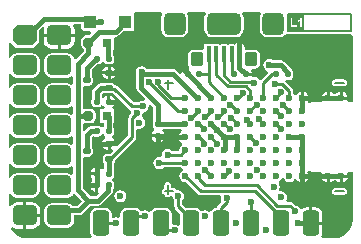
<source format=gbr>
%TF.GenerationSoftware,Altium Limited,Altium Designer,20.2.6 (244)*%
G04 Layer_Physical_Order=1*
G04 Layer_Color=255*
%FSLAX45Y45*%
%MOMM*%
%TF.SameCoordinates,9E4D4D7D-1FFC-428C-BB03-7E89B6F1CBBC*%
%TF.FilePolarity,Positive*%
%TF.FileFunction,Copper,L1,Top,Signal*%
%TF.Part,Single*%
G01*
G75*
%TA.AperFunction,BGAPad,CuDef*%
%ADD10C,0.60000*%
%TA.AperFunction,SMDPad,CuDef*%
G04:AMPARAMS|DCode=11|XSize=0.5mm|YSize=0.6mm|CornerRadius=0.125mm|HoleSize=0mm|Usage=FLASHONLY|Rotation=270.000|XOffset=0mm|YOffset=0mm|HoleType=Round|Shape=RoundedRectangle|*
%AMROUNDEDRECTD11*
21,1,0.50000,0.35000,0,0,270.0*
21,1,0.25000,0.60000,0,0,270.0*
1,1,0.25000,-0.17500,-0.12500*
1,1,0.25000,-0.17500,0.12500*
1,1,0.25000,0.17500,0.12500*
1,1,0.25000,0.17500,-0.12500*
%
%ADD11ROUNDEDRECTD11*%
G04:AMPARAMS|DCode=12|XSize=0.5mm|YSize=0.5mm|CornerRadius=0.125mm|HoleSize=0mm|Usage=FLASHONLY|Rotation=270.000|XOffset=0mm|YOffset=0mm|HoleType=Round|Shape=RoundedRectangle|*
%AMROUNDEDRECTD12*
21,1,0.50000,0.25000,0,0,270.0*
21,1,0.25000,0.50000,0,0,270.0*
1,1,0.25000,-0.12500,-0.12500*
1,1,0.25000,-0.12500,0.12500*
1,1,0.25000,0.12500,0.12500*
1,1,0.25000,0.12500,-0.12500*
%
%ADD12ROUNDEDRECTD12*%
G04:AMPARAMS|DCode=13|XSize=1.4mm|YSize=2.2mm|CornerRadius=0.35mm|HoleSize=0mm|Usage=FLASHONLY|Rotation=0.000|XOffset=0mm|YOffset=0mm|HoleType=Round|Shape=RoundedRectangle|*
%AMROUNDEDRECTD13*
21,1,1.40000,1.50000,0,0,0.0*
21,1,0.70000,2.20000,0,0,0.0*
1,1,0.70000,0.35000,-0.75000*
1,1,0.70000,-0.35000,-0.75000*
1,1,0.70000,-0.35000,0.75000*
1,1,0.70000,0.35000,0.75000*
%
%ADD13ROUNDEDRECTD13*%
%ADD14R,0.38000X1.40000*%
G04:AMPARAMS|DCode=15|XSize=0.38mm|YSize=1.4mm|CornerRadius=0.095mm|HoleSize=0mm|Usage=FLASHONLY|Rotation=180.000|XOffset=0mm|YOffset=0mm|HoleType=Round|Shape=RoundedRectangle|*
%AMROUNDEDRECTD15*
21,1,0.38000,1.21000,0,0,180.0*
21,1,0.19000,1.40000,0,0,180.0*
1,1,0.19000,-0.09500,0.60500*
1,1,0.19000,0.09500,0.60500*
1,1,0.19000,0.09500,-0.60500*
1,1,0.19000,-0.09500,-0.60500*
%
%ADD15ROUNDEDRECTD15*%
G04:AMPARAMS|DCode=16|XSize=2.9mm|YSize=1.9mm|CornerRadius=0.475mm|HoleSize=0mm|Usage=FLASHONLY|Rotation=180.000|XOffset=0mm|YOffset=0mm|HoleType=Round|Shape=RoundedRectangle|*
%AMROUNDEDRECTD16*
21,1,2.90000,0.95000,0,0,180.0*
21,1,1.95000,1.90000,0,0,180.0*
1,1,0.95000,-0.97500,0.47500*
1,1,0.95000,0.97500,0.47500*
1,1,0.95000,0.97500,-0.47500*
1,1,0.95000,-0.97500,-0.47500*
%
%ADD16ROUNDEDRECTD16*%
G04:AMPARAMS|DCode=17|XSize=1.1mm|YSize=1.1mm|CornerRadius=0.275mm|HoleSize=0mm|Usage=FLASHONLY|Rotation=270.000|XOffset=0mm|YOffset=0mm|HoleType=Round|Shape=RoundedRectangle|*
%AMROUNDEDRECTD17*
21,1,1.10000,0.55000,0,0,270.0*
21,1,0.55000,1.10000,0,0,270.0*
1,1,0.55000,-0.27500,-0.27500*
1,1,0.55000,-0.27500,0.27500*
1,1,0.55000,0.27500,0.27500*
1,1,0.55000,0.27500,-0.27500*
%
%ADD17ROUNDEDRECTD17*%
%ADD18R,1.10000X1.10000*%
G04:AMPARAMS|DCode=19|XSize=0.8mm|YSize=0.8mm|CornerRadius=0.2mm|HoleSize=0mm|Usage=FLASHONLY|Rotation=270.000|XOffset=0mm|YOffset=0mm|HoleType=Round|Shape=RoundedRectangle|*
%AMROUNDEDRECTD19*
21,1,0.80000,0.40000,0,0,270.0*
21,1,0.40000,0.80000,0,0,270.0*
1,1,0.40000,-0.20000,-0.20000*
1,1,0.40000,-0.20000,0.20000*
1,1,0.40000,0.20000,0.20000*
1,1,0.40000,0.20000,-0.20000*
%
%ADD19ROUNDEDRECTD19*%
%ADD20R,0.80000X0.80000*%
G04:AMPARAMS|DCode=21|XSize=0.5mm|YSize=0.5mm|CornerRadius=0.125mm|HoleSize=0mm|Usage=FLASHONLY|Rotation=180.000|XOffset=0mm|YOffset=0mm|HoleType=Round|Shape=RoundedRectangle|*
%AMROUNDEDRECTD21*
21,1,0.50000,0.25000,0,0,180.0*
21,1,0.25000,0.50000,0,0,180.0*
1,1,0.25000,-0.12500,0.12500*
1,1,0.25000,0.12500,0.12500*
1,1,0.25000,0.12500,-0.12500*
1,1,0.25000,-0.12500,-0.12500*
%
%ADD21ROUNDEDRECTD21*%
%TA.AperFunction,NonConductor*%
%ADD22C,0.15000*%
%TA.AperFunction,Conductor*%
%ADD23C,0.25000*%
%ADD24C,0.40000*%
%TA.AperFunction,ComponentPad*%
G04:AMPARAMS|DCode=25|XSize=1.7mm|YSize=2.1mm|CornerRadius=0.425mm|HoleSize=0mm|Usage=FLASHONLY|Rotation=270.000|XOffset=0mm|YOffset=0mm|HoleType=Round|Shape=RoundedRectangle|*
%AMROUNDEDRECTD25*
21,1,1.70000,1.25001,0,0,270.0*
21,1,0.85000,2.10000,0,0,270.0*
1,1,0.85000,-0.62500,-0.42500*
1,1,0.85000,-0.62500,0.42500*
1,1,0.85000,0.62500,0.42500*
1,1,0.85000,0.62500,-0.42500*
%
%ADD25ROUNDEDRECTD25*%
G04:AMPARAMS|DCode=26|XSize=1.7mm|YSize=2.1mm|CornerRadius=0mm|HoleSize=0mm|Usage=FLASHONLY|Rotation=270.000|XOffset=0mm|YOffset=0mm|HoleType=Round|Shape=Octagon|*
%AMOCTAGOND26*
4,1,8,1.05000,0.42500,1.05000,-0.42500,0.62500,-0.85000,-0.62500,-0.85000,-1.05000,-0.42500,-1.05000,0.42500,-0.62500,0.85000,0.62500,0.85000,1.05000,0.42500,0.0*
%
%ADD26OCTAGOND26*%

G04:AMPARAMS|DCode=27|XSize=1.1mm|YSize=1.2mm|CornerRadius=0.275mm|HoleSize=0mm|Usage=FLASHONLY|Rotation=180.000|XOffset=0mm|YOffset=0mm|HoleType=Round|Shape=RoundedRectangle|*
%AMROUNDEDRECTD27*
21,1,1.10000,0.65000,0,0,180.0*
21,1,0.55000,1.20000,0,0,180.0*
1,1,0.55000,-0.27500,0.32500*
1,1,0.55000,0.27500,0.32500*
1,1,0.55000,0.27500,-0.32500*
1,1,0.55000,-0.27500,-0.32500*
%
%ADD27ROUNDEDRECTD27*%
G04:AMPARAMS|DCode=28|XSize=1.9mm|YSize=1.9mm|CornerRadius=0.475mm|HoleSize=0mm|Usage=FLASHONLY|Rotation=180.000|XOffset=0mm|YOffset=0mm|HoleType=Round|Shape=RoundedRectangle|*
%AMROUNDEDRECTD28*
21,1,1.90000,0.95000,0,0,180.0*
21,1,0.95000,1.90000,0,0,180.0*
1,1,0.95000,-0.47500,0.47500*
1,1,0.95000,0.47500,0.47500*
1,1,0.95000,0.47500,-0.47500*
1,1,0.95000,-0.47500,-0.47500*
%
%ADD28ROUNDEDRECTD28*%
%TA.AperFunction,ViaPad*%
%ADD29C,0.60000*%
G36*
X654070Y1842500D02*
X657756Y1823967D01*
X668255Y1808255D01*
X683967Y1797756D01*
X702500Y1794070D01*
X736795D01*
X742535Y1780212D01*
X723107Y1760783D01*
X700000D01*
X684393Y1757679D01*
X671161Y1748838D01*
X662321Y1735607D01*
X659216Y1720000D01*
Y1680000D01*
X662321Y1664393D01*
X671161Y1651162D01*
X679216Y1645780D01*
Y1624674D01*
X613449Y1558907D01*
X597173Y1563844D01*
X595374Y1572886D01*
X581560Y1593560D01*
X560887Y1607374D01*
X536500Y1612224D01*
X411500D01*
X387114Y1607374D01*
X366440Y1593560D01*
X352626Y1572886D01*
X347776Y1548500D01*
Y1463500D01*
X352626Y1439114D01*
X366440Y1418440D01*
X387114Y1404626D01*
X411500Y1399776D01*
X536500D01*
X560887Y1404626D01*
X574217Y1413533D01*
X589216Y1405515D01*
Y1352485D01*
X574217Y1344467D01*
X560887Y1353374D01*
X536500Y1358224D01*
X411500D01*
X387114Y1353374D01*
X366440Y1339560D01*
X352626Y1318886D01*
X347776Y1294500D01*
Y1209500D01*
X352626Y1185114D01*
X366440Y1164440D01*
X387114Y1150626D01*
X411500Y1145776D01*
X536500D01*
X560887Y1150626D01*
X574217Y1159533D01*
X589216Y1151515D01*
Y1098485D01*
X574217Y1090467D01*
X560887Y1099374D01*
X536500Y1104224D01*
X411500D01*
X387114Y1099374D01*
X366440Y1085560D01*
X352626Y1064886D01*
X347776Y1040500D01*
Y955500D01*
X352626Y931114D01*
X366440Y910440D01*
X387114Y896626D01*
X411500Y891776D01*
X536500D01*
X560887Y896626D01*
X574217Y905533D01*
X589216Y897515D01*
Y844485D01*
X574217Y836467D01*
X560887Y845374D01*
X536500Y850224D01*
X411500D01*
X387114Y845374D01*
X366440Y831560D01*
X352626Y810886D01*
X347776Y786500D01*
Y701500D01*
X352626Y677114D01*
X366440Y656440D01*
X387114Y642626D01*
X411500Y637776D01*
X536500D01*
X560887Y642626D01*
X574217Y651533D01*
X589216Y643515D01*
Y590485D01*
X574217Y582467D01*
X560887Y591374D01*
X536500Y596224D01*
X411500D01*
X387114Y591374D01*
X366440Y577560D01*
X352626Y556886D01*
X347776Y532500D01*
Y447500D01*
X352626Y423114D01*
X366440Y402440D01*
X387114Y388626D01*
X411500Y383776D01*
X536500D01*
X560887Y388626D01*
X581560Y402440D01*
X588595Y412969D01*
X590006Y413888D01*
X607725Y414599D01*
X662323Y360000D01*
X622107Y319783D01*
X584084D01*
X581560Y323560D01*
X560887Y337374D01*
X536500Y342224D01*
X411500D01*
X387114Y337374D01*
X366440Y323560D01*
X352626Y302886D01*
X347776Y278500D01*
Y193500D01*
X352626Y169114D01*
X366440Y148440D01*
X387114Y134626D01*
X411500Y129776D01*
X536500D01*
X560887Y134626D01*
X581560Y148440D01*
X595374Y169114D01*
X600225Y193500D01*
Y238216D01*
X638999D01*
X639000Y238216D01*
X654607Y241321D01*
X667838Y250162D01*
X736893Y319217D01*
X799999D01*
X800000Y319216D01*
X815607Y322321D01*
X828839Y331162D01*
X915073Y417396D01*
X923914Y430627D01*
X927018Y446235D01*
X927018Y446236D01*
Y455696D01*
X933114Y464819D01*
X935636Y477500D01*
Y502500D01*
X933114Y515181D01*
X925931Y525931D01*
X916936Y531941D01*
X915990Y540000D01*
X916936Y548059D01*
X925931Y554069D01*
X933114Y564819D01*
X935637Y577500D01*
Y602500D01*
X933284Y614329D01*
Y677300D01*
X935931Y679069D01*
X943114Y689819D01*
X945637Y702500D01*
Y708775D01*
X1113431Y876569D01*
X1120614Y887319D01*
X1123136Y900000D01*
Y961148D01*
X1138137Y971380D01*
X1150000Y969020D01*
X1169509Y972901D01*
X1186048Y983952D01*
X1197099Y1000491D01*
X1200980Y1020000D01*
X1197099Y1039509D01*
X1186048Y1056048D01*
X1180781Y1059567D01*
X1176643Y1079810D01*
X1177097Y1080489D01*
X1180977Y1099998D01*
X1193925Y1111791D01*
X1199509Y1112901D01*
X1216048Y1123952D01*
X1227099Y1140491D01*
X1230980Y1160000D01*
X1228464Y1172646D01*
X1242288Y1180035D01*
X1269216Y1153107D01*
Y1038669D01*
X1266886Y1035181D01*
X1264363Y1022500D01*
Y997500D01*
X1266886Y984819D01*
X1274069Y974069D01*
X1277792Y971581D01*
X1278025Y970946D01*
X1276916Y954328D01*
X1270176Y949825D01*
X1261799Y937288D01*
X1258897Y922700D01*
X1310000D01*
X1361102D01*
X1358201Y937288D01*
X1349824Y949825D01*
X1343251Y954217D01*
X1347801Y969217D01*
X1503532D01*
X1509218Y962871D01*
X1507065Y944622D01*
X1500059Y939941D01*
X1487814Y921616D01*
X1486041Y912700D01*
X1540000D01*
Y887300D01*
X1486041D01*
X1487814Y878384D01*
X1500059Y860059D01*
X1514930Y850123D01*
X1515858Y837119D01*
X1514984Y833419D01*
X1503952Y826048D01*
X1492901Y809509D01*
X1489020Y790000D01*
X1475328Y783137D01*
X1427993D01*
X1426048Y786048D01*
X1409509Y797099D01*
X1390000Y800980D01*
X1370491Y797099D01*
X1353952Y786048D01*
X1342901Y769509D01*
X1339020Y750000D01*
X1340576Y742181D01*
X1327819Y729424D01*
X1320000Y730979D01*
X1300491Y727099D01*
X1283952Y716048D01*
X1272901Y699509D01*
X1269020Y680000D01*
X1272901Y660491D01*
X1283952Y643952D01*
X1300491Y632901D01*
X1320000Y629020D01*
X1339509Y632901D01*
X1356048Y643952D01*
X1357165Y645624D01*
X1502835D01*
X1503952Y643952D01*
X1520491Y632901D01*
X1521768Y632647D01*
Y617353D01*
X1520491Y617099D01*
X1503952Y606048D01*
X1492901Y589509D01*
X1489020Y570000D01*
X1492901Y550491D01*
X1503952Y533952D01*
X1520491Y522901D01*
X1540000Y519020D01*
X1543434Y519703D01*
X1646569Y416569D01*
X1657319Y409386D01*
X1670000Y406863D01*
X1831148D01*
X1841380Y391863D01*
X1839020Y380000D01*
X1842901Y360491D01*
X1847198Y354060D01*
X1816569Y323431D01*
X1809386Y312681D01*
X1807078Y301077D01*
X1807000D01*
X1785540Y296809D01*
X1767347Y284653D01*
X1759502Y272911D01*
X1756852Y271560D01*
X1742645Y269214D01*
X1740656Y269650D01*
X1729509Y277099D01*
X1710000Y280980D01*
X1690491Y277099D01*
X1683554Y272464D01*
X1668842Y275390D01*
X1662653Y284653D01*
X1644460Y296809D01*
X1623000Y301077D01*
X1553000D01*
X1545314Y299548D01*
X1513137Y331725D01*
Y362007D01*
X1516048Y363952D01*
X1527099Y380491D01*
X1530980Y400000D01*
X1527099Y419509D01*
X1516048Y436048D01*
X1499509Y447099D01*
X1480000Y450980D01*
X1466391Y448273D01*
X1465903Y450730D01*
X1459825Y459826D01*
X1450728Y465904D01*
X1439998Y468038D01*
X1418040D01*
Y490000D01*
X1415906Y500730D01*
X1409828Y509826D01*
X1400732Y515904D01*
X1390002Y518038D01*
X1379272Y515904D01*
X1370175Y509826D01*
X1364097Y500730D01*
X1361963Y490000D01*
Y466440D01*
X1359270Y465904D01*
X1350174Y459826D01*
X1344096Y450730D01*
X1341961Y440000D01*
X1344096Y429270D01*
X1350174Y420174D01*
X1359270Y414096D01*
X1363297Y413295D01*
X1364097Y409270D01*
X1370175Y400174D01*
X1379272Y394096D01*
X1390002Y391961D01*
X1400732Y394096D01*
X1409828Y400174D01*
X1410667Y401430D01*
X1414617Y401375D01*
X1429021Y400000D01*
X1432901Y380491D01*
X1443952Y363952D01*
X1446864Y362007D01*
Y318000D01*
X1449386Y305319D01*
X1456569Y294569D01*
X1498452Y252686D01*
X1496923Y245000D01*
Y154716D01*
X1481923Y148804D01*
X1469509Y157099D01*
X1450000Y160980D01*
X1440078Y159006D01*
X1425077Y170149D01*
Y245000D01*
X1420809Y266460D01*
X1408653Y284653D01*
X1390460Y296809D01*
X1369000Y301077D01*
X1299000D01*
X1277540Y296809D01*
X1259347Y284653D01*
X1251144Y272375D01*
X1248270Y270977D01*
X1234879Y268709D01*
X1232434Y269156D01*
X1220989Y276803D01*
X1201480Y280683D01*
X1181971Y276803D01*
X1175530Y272499D01*
X1160818Y275425D01*
X1154653Y284653D01*
X1136460Y296809D01*
X1115000Y301077D01*
X1045000D01*
X1023540Y296809D01*
X1005347Y284653D01*
X993192Y266460D01*
X988923Y245000D01*
Y222166D01*
X973923Y214148D01*
X969507Y217099D01*
X949998Y220979D01*
X932078Y217415D01*
X927680Y218380D01*
X917077Y224047D01*
Y245000D01*
X912809Y266460D01*
X900653Y284653D01*
X882460Y296809D01*
X861000Y301077D01*
X791000D01*
X769540Y296809D01*
X751347Y284653D01*
X739192Y266460D01*
X734923Y245000D01*
Y95000D01*
X739192Y73540D01*
X748944Y58944D01*
X743469Y43944D01*
X200000D01*
X199453Y43836D01*
X159563Y49087D01*
X121882Y64695D01*
X89524Y89524D01*
X64695Y121882D01*
X60572Y131835D01*
X72689Y141779D01*
X91007Y129540D01*
X117500Y124270D01*
X167300D01*
Y236000D01*
Y347730D01*
X117500D01*
X91007Y342460D01*
X68547Y327453D01*
X58944Y313082D01*
X43944Y317632D01*
Y420143D01*
X57655Y422917D01*
X58944Y422638D01*
X72440Y402440D01*
X93114Y388626D01*
X117500Y383776D01*
X242500D01*
X266887Y388626D01*
X287560Y402440D01*
X301374Y423114D01*
X306225Y447500D01*
Y532500D01*
X301374Y556886D01*
X287560Y577560D01*
X266887Y591374D01*
X242500Y596224D01*
X117500D01*
X93114Y591374D01*
X72440Y577560D01*
X58944Y557362D01*
X57655Y557083D01*
X43944Y559857D01*
Y674143D01*
X57655Y676917D01*
X58944Y676638D01*
X72440Y656440D01*
X93114Y642626D01*
X117500Y637776D01*
X242500D01*
X266887Y642626D01*
X287560Y656440D01*
X301374Y677114D01*
X306225Y701500D01*
Y786500D01*
X301374Y810886D01*
X287560Y831560D01*
X266887Y845374D01*
X242500Y850224D01*
X117500D01*
X93114Y845374D01*
X72440Y831560D01*
X58944Y811362D01*
X57655Y811083D01*
X43944Y813857D01*
Y928143D01*
X57655Y930917D01*
X58944Y930638D01*
X72440Y910440D01*
X93114Y896626D01*
X117500Y891776D01*
X242500D01*
X266887Y896626D01*
X287560Y910440D01*
X301374Y931114D01*
X306225Y955500D01*
Y1040500D01*
X301374Y1064886D01*
X287560Y1085560D01*
X266887Y1099374D01*
X242500Y1104224D01*
X117500D01*
X93114Y1099374D01*
X72440Y1085560D01*
X58944Y1065362D01*
X57655Y1065083D01*
X43944Y1067857D01*
Y1182143D01*
X57655Y1184917D01*
X58944Y1184638D01*
X72440Y1164440D01*
X93114Y1150626D01*
X117500Y1145776D01*
X242500D01*
X266887Y1150626D01*
X287560Y1164440D01*
X301374Y1185114D01*
X306225Y1209500D01*
Y1294500D01*
X301374Y1318886D01*
X287560Y1339560D01*
X266887Y1353374D01*
X242500Y1358224D01*
X117500D01*
X93114Y1353374D01*
X72440Y1339560D01*
X58944Y1319362D01*
X57655Y1319083D01*
X43944Y1321857D01*
Y1436143D01*
X57655Y1438917D01*
X58944Y1438638D01*
X72440Y1418440D01*
X93114Y1404626D01*
X117500Y1399776D01*
X242500D01*
X266887Y1404626D01*
X287560Y1418440D01*
X301374Y1439114D01*
X306225Y1463500D01*
Y1548500D01*
X301374Y1572886D01*
X287560Y1593560D01*
X266887Y1607374D01*
X242500Y1612224D01*
X117500D01*
X93114Y1607374D01*
X72440Y1593560D01*
X58944Y1573362D01*
X57655Y1573083D01*
X43944Y1575857D01*
Y1697978D01*
X58944Y1703556D01*
X107500Y1655000D01*
X252500D01*
X305000Y1707500D01*
Y1807324D01*
X335196Y1837520D01*
X347540Y1828993D01*
X342270Y1802500D01*
Y1772700D01*
X474000D01*
X605730D01*
Y1802500D01*
X600461Y1828993D01*
X590289Y1844217D01*
X598306Y1859216D01*
X654070D01*
Y1842500D01*
D02*
G37*
G36*
X2179924Y1942827D02*
X2173917Y1933837D01*
X2168678Y1907500D01*
Y1812500D01*
X2173917Y1786163D01*
X2188836Y1763836D01*
X2211163Y1748917D01*
X2237500Y1743678D01*
X2332500D01*
X2358837Y1748917D01*
X2381164Y1763836D01*
X2389566Y1776409D01*
X2396770Y1771596D01*
X2407500Y1769462D01*
X2942500D01*
X2956056Y1756864D01*
Y1194971D01*
X2919133D01*
X2913464Y1205577D01*
X2912501Y1209971D01*
X2913959Y1217300D01*
X2860000D01*
Y1230000D01*
X2847300D01*
Y1283959D01*
X2838384Y1282186D01*
X2820059Y1269941D01*
X2814020Y1260904D01*
X2795980D01*
X2789941Y1269941D01*
X2771616Y1282186D01*
X2762700Y1283959D01*
Y1230000D01*
X2750000D01*
Y1217300D01*
X2696041D01*
X2697499Y1209971D01*
X2696536Y1205577D01*
X2690867Y1194971D01*
X2610000D01*
X2593183Y1191626D01*
X2585678Y1186611D01*
X2574864Y1197426D01*
X2582186Y1208384D01*
X2583959Y1217300D01*
X2530000D01*
Y1230000D01*
X2517300D01*
Y1283959D01*
X2508384Y1282186D01*
X2490059Y1269941D01*
X2480123Y1255070D01*
X2467119Y1254142D01*
X2463419Y1255016D01*
X2456048Y1266048D01*
X2452989Y1268092D01*
Y1291465D01*
X2450467Y1304145D01*
X2443284Y1314896D01*
X2387026Y1371153D01*
X2390254Y1380721D01*
X2393591Y1385141D01*
X2397500Y1384363D01*
X2422500D01*
X2435181Y1386886D01*
X2445931Y1394069D01*
X2453114Y1404819D01*
X2455637Y1417500D01*
Y1442500D01*
X2453114Y1455181D01*
X2445931Y1465931D01*
X2443254Y1467720D01*
X2442679Y1470607D01*
X2433839Y1483838D01*
X2433838Y1483839D01*
X2378839Y1538838D01*
X2365607Y1547679D01*
X2350000Y1550784D01*
X2349999Y1550784D01*
X2278961D01*
X2269509Y1557099D01*
X2250000Y1560980D01*
X2230491Y1557099D01*
X2213952Y1546048D01*
X2202901Y1529509D01*
X2199020Y1510000D01*
X2202901Y1490491D01*
X2213952Y1473952D01*
X2230491Y1462901D01*
X2234107Y1462182D01*
X2239044Y1445906D01*
X2179801Y1386663D01*
X2167010Y1386252D01*
X2161500Y1387879D01*
X2156044Y1396045D01*
X2139505Y1407096D01*
X2119996Y1410977D01*
X2114939Y1409971D01*
X2110084Y1412620D01*
X2105858Y1417300D01*
X2050000D01*
Y1442700D01*
X2101102D01*
X2098201Y1457288D01*
X2093669Y1464070D01*
X2100932Y1479070D01*
X2125000D01*
X2143533Y1482756D01*
X2159245Y1493255D01*
X2169744Y1508967D01*
X2173431Y1527500D01*
Y1592500D01*
X2169744Y1611034D01*
X2159245Y1626746D01*
X2143533Y1637244D01*
X2125000Y1640931D01*
X2070000D01*
X2057584Y1638461D01*
X2042584Y1647976D01*
Y1660500D01*
X2039875Y1674117D01*
X2032161Y1685661D01*
X2020617Y1693375D01*
X2010200Y1695447D01*
Y1600000D01*
X1984800D01*
Y1695447D01*
X1974383Y1693375D01*
X1962839Y1685661D01*
X1961173Y1683168D01*
X1953510Y1688288D01*
X1942000Y1690578D01*
X1923000D01*
X1911490Y1688288D01*
X1901732Y1681768D01*
X1898268D01*
X1888510Y1688288D01*
X1877000Y1690578D01*
X1858000D01*
X1846490Y1688288D01*
X1836732Y1681768D01*
X1833268D01*
X1823510Y1688288D01*
X1812000Y1690578D01*
X1793000D01*
X1791393Y1690258D01*
X1776500Y1690000D01*
X1776500Y1690000D01*
X1776499Y1690000D01*
X1698500D01*
Y1643154D01*
X1685271Y1636083D01*
X1683533Y1637244D01*
X1665000Y1640931D01*
X1610000D01*
X1591466Y1637244D01*
X1575755Y1626746D01*
X1565256Y1611034D01*
X1561569Y1592500D01*
Y1527500D01*
X1565256Y1508967D01*
X1574183Y1495607D01*
X1574079Y1494716D01*
X1572700Y1491075D01*
Y1430000D01*
X1547300D01*
Y1481102D01*
X1532712Y1478201D01*
X1520176Y1469824D01*
X1511799Y1457288D01*
X1508858Y1442500D01*
Y1438418D01*
X1495000Y1432678D01*
X1463839Y1463838D01*
X1450608Y1472679D01*
X1435001Y1475784D01*
X1435000Y1475783D01*
X1212906D01*
X1206048Y1486048D01*
X1189509Y1497099D01*
X1170000Y1500979D01*
X1150491Y1497099D01*
X1133952Y1486048D01*
X1122901Y1469509D01*
X1119020Y1450000D01*
X1122901Y1430491D01*
X1124214Y1428526D01*
Y1315004D01*
X1124214Y1315002D01*
X1127319Y1299395D01*
X1136159Y1286164D01*
X1200035Y1222288D01*
X1192646Y1208464D01*
X1180000Y1210980D01*
X1160491Y1207099D01*
X1143952Y1196048D01*
X1142007Y1193137D01*
X1103726D01*
X963786Y1333076D01*
X953036Y1340259D01*
X941533Y1342547D01*
X935931Y1350931D01*
X925181Y1358114D01*
X912500Y1360637D01*
X877500D01*
X864819Y1358114D01*
X861331Y1355783D01*
X825001D01*
X825000Y1355784D01*
X809393Y1352679D01*
X796161Y1343838D01*
X761161Y1308838D01*
X752321Y1295607D01*
X749216Y1280000D01*
X749216Y1279998D01*
Y1228669D01*
X746885Y1225181D01*
X744363Y1212500D01*
Y1187500D01*
X746885Y1174819D01*
X754069Y1164069D01*
X764819Y1156886D01*
X777500Y1154363D01*
X802500D01*
X815180Y1156886D01*
X825931Y1164069D01*
X828419Y1167792D01*
X829053Y1168026D01*
X845672Y1166916D01*
X850175Y1160175D01*
X857921Y1155000D01*
X853371Y1140000D01*
X820000D01*
Y1020000D01*
X849216D01*
Y986715D01*
X844762Y983515D01*
X825931Y985931D01*
X815181Y993114D01*
X802500Y995637D01*
X777500D01*
X764819Y993114D01*
X761331Y990783D01*
X740001D01*
X740000Y990784D01*
X724393Y987679D01*
X711162Y978838D01*
X711161Y978838D01*
X685783Y953460D01*
X670784Y959673D01*
Y1013374D01*
X683408Y1021673D01*
X685783Y1022044D01*
X700000Y1019216D01*
X740000D01*
X755607Y1022321D01*
X768838Y1031162D01*
X777679Y1044393D01*
X780783Y1060000D01*
Y1100000D01*
X777679Y1115607D01*
X768838Y1128838D01*
X755607Y1137679D01*
X740000Y1140783D01*
X700000D01*
X685783Y1137956D01*
X683408Y1138326D01*
X670784Y1146626D01*
Y1322915D01*
X685784Y1334705D01*
X687500Y1334363D01*
X722500D01*
X735181Y1336886D01*
X745931Y1344069D01*
X753114Y1354819D01*
X755637Y1367500D01*
Y1392500D01*
X753114Y1405181D01*
X745931Y1415931D01*
X745784Y1416030D01*
Y1468107D01*
X792040Y1514363D01*
X802500D01*
X815181Y1516886D01*
X825931Y1524069D01*
X831941Y1533063D01*
X840000Y1534010D01*
X848059Y1533063D01*
X854069Y1524069D01*
X864819Y1516886D01*
X877500Y1514363D01*
X902500D01*
X915181Y1516886D01*
X925931Y1524069D01*
X933114Y1534819D01*
X935637Y1547500D01*
Y1572500D01*
X933114Y1585181D01*
X925931Y1595931D01*
X925784Y1596030D01*
Y1640000D01*
X940000D01*
Y1739230D01*
X950000Y1749216D01*
X965607Y1752321D01*
X978838Y1761162D01*
X1012677Y1795000D01*
X1105000D01*
Y1941056D01*
X1105000Y1945000D01*
X1114522Y1956056D01*
X1337853D01*
X1344924Y1942827D01*
X1338917Y1933837D01*
X1333678Y1907500D01*
Y1812500D01*
X1338917Y1786163D01*
X1353835Y1763836D01*
X1376163Y1748917D01*
X1402500Y1743678D01*
X1497500D01*
X1523837Y1748917D01*
X1546164Y1763836D01*
X1561083Y1786163D01*
X1566322Y1812500D01*
Y1907500D01*
X1561083Y1933837D01*
X1555076Y1942827D01*
X1562147Y1956056D01*
X1705353D01*
X1712424Y1942827D01*
X1706416Y1933837D01*
X1701178Y1907500D01*
Y1812500D01*
X1706416Y1786163D01*
X1721335Y1763836D01*
X1743663Y1748917D01*
X1770000Y1743678D01*
X1965000D01*
X1991337Y1748917D01*
X2013665Y1763836D01*
X2028583Y1786163D01*
X2033822Y1812500D01*
Y1907500D01*
X2028583Y1933837D01*
X2022576Y1942827D01*
X2029647Y1956056D01*
X2172853D01*
X2179924Y1942827D01*
D02*
G37*
G36*
X1066569Y1136569D02*
X1073268Y1132093D01*
X1078895Y1124738D01*
X1082075Y1115365D01*
X1079018Y1099998D01*
X1079701Y1096563D01*
X1066569Y1083431D01*
X1059386Y1072681D01*
X1056863Y1060000D01*
Y913725D01*
X964151Y821013D01*
X950327Y828403D01*
X951102Y832300D01*
X907700D01*
Y793857D01*
X912500D01*
X916597Y794673D01*
X923986Y780848D01*
X903775Y760637D01*
X877500D01*
X864819Y758114D01*
X854069Y750931D01*
X846886Y740181D01*
X844363Y727500D01*
Y702500D01*
X846886Y689819D01*
X851717Y682589D01*
Y636956D01*
X846414Y631996D01*
X829824Y629824D01*
X817288Y638201D01*
X802700Y641103D01*
Y590000D01*
X790000D01*
Y577300D01*
X738897D01*
X741799Y562712D01*
X750176Y550176D01*
X751905Y549020D01*
Y530980D01*
X750176Y529824D01*
X741799Y517288D01*
X738897Y502700D01*
X790000D01*
Y490000D01*
X802700D01*
Y435015D01*
X804270Y432808D01*
X806728Y424405D01*
X783107Y400784D01*
X736893D01*
X670784Y466893D01*
Y722915D01*
X685784Y734705D01*
X687500Y734363D01*
X722500D01*
X735181Y736886D01*
X745931Y744069D01*
X753114Y754819D01*
X755637Y767500D01*
Y792500D01*
X753114Y805181D01*
X745931Y815931D01*
X745784Y816030D01*
Y898107D01*
X756893Y909216D01*
X761331D01*
X764819Y906886D01*
X777500Y904363D01*
X802500D01*
X815181Y906886D01*
X825931Y914069D01*
X831941Y923063D01*
X840000Y924010D01*
X848059Y923063D01*
X854069Y914069D01*
X862480Y908449D01*
X862649Y897327D01*
X861534Y892414D01*
X850176Y884824D01*
X841799Y872288D01*
X838897Y857700D01*
X895000D01*
X951102D01*
X948201Y872288D01*
X939824Y884824D01*
X927288Y893201D01*
X922352Y894182D01*
X919814Y909981D01*
X925931Y914069D01*
X933114Y924819D01*
X935637Y937500D01*
Y962500D01*
X933114Y975181D01*
X930784Y978669D01*
Y1020000D01*
X940000D01*
Y1140000D01*
X926628D01*
X922078Y1155000D01*
X929824Y1160175D01*
X938201Y1172712D01*
X941102Y1187300D01*
X890000D01*
Y1200000D01*
X877300D01*
Y1251102D01*
X862712Y1248201D01*
X850175Y1239824D01*
X845783Y1233251D01*
X830783Y1237801D01*
Y1263106D01*
X841893Y1274216D01*
X861331D01*
X864819Y1271886D01*
X877500Y1269363D01*
X912500D01*
X925181Y1271886D01*
X928820Y1274318D01*
X1066569Y1136569D01*
D02*
G37*
G36*
X2593183Y609401D02*
X2610000Y606056D01*
X2690016D01*
X2698001Y593726D01*
X2697703Y591056D01*
X2696041Y582700D01*
X2750000D01*
Y570000D01*
X2762700D01*
Y516041D01*
X2771616Y517814D01*
X2789941Y530059D01*
X2795980Y539096D01*
X2814020D01*
X2820059Y530059D01*
X2838384Y517814D01*
X2847300Y516041D01*
Y570000D01*
X2860000D01*
Y582700D01*
X2913959D01*
X2912297Y591056D01*
X2911999Y593726D01*
X2919984Y606056D01*
X2956056D01*
Y200000D01*
X2956165Y199453D01*
X2950913Y159563D01*
X2935305Y121882D01*
X2910476Y89524D01*
X2878118Y64695D01*
X2840437Y49087D01*
X2800547Y43836D01*
X2800000Y43944D01*
X2695569D01*
X2687551Y58944D01*
X2695896Y71433D01*
X2700583Y95000D01*
Y157300D01*
X2604000D01*
Y170000D01*
X2591300D01*
Y306583D01*
X2569000D01*
X2545433Y301896D01*
X2531645Y292683D01*
X2522050Y290589D01*
X2512578Y296275D01*
X2506048Y306048D01*
X2489509Y317099D01*
X2477344Y319519D01*
X2453431Y343431D01*
X2442681Y350614D01*
X2430000Y353137D01*
X2403544D01*
X2395526Y368137D01*
X2397099Y370491D01*
X2400980Y390000D01*
X2397099Y409509D01*
X2386048Y426048D01*
X2369509Y437099D01*
X2350000Y440980D01*
X2340891Y439168D01*
X2331871Y452667D01*
X2337099Y460491D01*
X2340980Y480000D01*
X2337099Y499509D01*
X2331432Y507990D01*
X2329832Y520399D01*
X2335473Y526886D01*
X2346048Y533952D01*
X2357099Y550491D01*
X2357353Y551768D01*
X2372647D01*
X2372901Y550491D01*
X2383952Y533952D01*
X2400491Y522901D01*
X2420000Y519020D01*
X2439509Y522901D01*
X2456048Y533952D01*
X2463419Y544984D01*
X2467119Y545858D01*
X2480123Y544930D01*
X2490059Y530059D01*
X2508384Y517814D01*
X2517300Y516041D01*
Y570000D01*
X2530000D01*
Y582700D01*
X2583959D01*
X2582186Y591616D01*
X2573624Y604430D01*
X2584438Y615244D01*
X2593183Y609401D01*
D02*
G37*
G36*
X2545500Y1804500D02*
X2414500D01*
Y1935500D01*
X2545500D01*
Y1804500D01*
D02*
G37*
%LPC*%
G36*
X605730Y1747300D02*
X486700D01*
Y1648270D01*
X536500D01*
X562994Y1653540D01*
X585453Y1668547D01*
X600461Y1691007D01*
X605730Y1717500D01*
Y1747300D01*
D02*
G37*
G36*
X461300D02*
X342270D01*
Y1717500D01*
X347540Y1691007D01*
X362547Y1668547D01*
X385007Y1653540D01*
X411500Y1648270D01*
X461300D01*
Y1747300D01*
D02*
G37*
G36*
X1361102Y897300D02*
X1322700D01*
Y858898D01*
X1337288Y861799D01*
X1349824Y870176D01*
X1358201Y882712D01*
X1361102Y897300D01*
D02*
G37*
G36*
X1297300D02*
X1258897D01*
X1261799Y882712D01*
X1270176Y870176D01*
X1282712Y861799D01*
X1297300Y858898D01*
Y897300D01*
D02*
G37*
G36*
X990000Y450980D02*
X970491Y447099D01*
X953952Y436048D01*
X942901Y419509D01*
X939020Y400000D01*
X942901Y380491D01*
X953952Y363952D01*
X970491Y352901D01*
X990000Y349020D01*
X1009509Y352901D01*
X1026048Y363952D01*
X1037099Y380491D01*
X1040980Y400000D01*
X1037099Y419509D01*
X1026048Y436048D01*
X1009509Y447099D01*
X990000Y450980D01*
D02*
G37*
G36*
X242500Y347730D02*
X192700D01*
Y248700D01*
X311730D01*
Y278500D01*
X306461Y304993D01*
X291453Y327453D01*
X268994Y342460D01*
X242500Y347730D01*
D02*
G37*
G36*
X311730Y223300D02*
X192700D01*
Y124270D01*
X242500D01*
X268994Y129540D01*
X291453Y144547D01*
X306461Y167007D01*
X311730Y193500D01*
Y223300D01*
D02*
G37*
G36*
X912500Y1496142D02*
X907700D01*
Y1457700D01*
X951102D01*
X948201Y1472288D01*
X939824Y1484824D01*
X927288Y1493201D01*
X912500Y1496142D01*
D02*
G37*
G36*
X882300D02*
X877500D01*
X862712Y1493201D01*
X850176Y1484824D01*
X841799Y1472288D01*
X838897Y1457700D01*
X882300D01*
Y1496142D01*
D02*
G37*
G36*
X951102Y1432300D02*
X907700D01*
Y1393858D01*
X912500D01*
X927288Y1396799D01*
X939824Y1405175D01*
X948201Y1417712D01*
X951102Y1432300D01*
D02*
G37*
G36*
X882300D02*
X838897D01*
X841799Y1417712D01*
X850176Y1405175D01*
X862712Y1396799D01*
X877500Y1393858D01*
X882300D01*
Y1432300D01*
D02*
G37*
G36*
X2879999Y1388039D02*
X2810000D01*
X2799270Y1385904D01*
X2790174Y1379826D01*
X2784096Y1370730D01*
X2781961Y1360000D01*
X2784096Y1349270D01*
X2790174Y1340174D01*
X2799270Y1334096D01*
X2810000Y1331962D01*
X2879999D01*
X2890729Y1334096D01*
X2899825Y1340174D01*
X2905903Y1349270D01*
X2908037Y1360000D01*
X2905903Y1370730D01*
X2899825Y1379826D01*
X2890729Y1385904D01*
X2879999Y1388039D01*
D02*
G37*
G36*
X2872700Y1283959D02*
Y1242700D01*
X2913959D01*
X2912185Y1251616D01*
X2899941Y1269941D01*
X2881616Y1282186D01*
X2872700Y1283959D01*
D02*
G37*
G36*
X2737300D02*
X2728384Y1282186D01*
X2710059Y1269941D01*
X2697815Y1251616D01*
X2696041Y1242700D01*
X2737300D01*
Y1283959D01*
D02*
G37*
G36*
X2542700D02*
Y1242700D01*
X2583959D01*
X2582186Y1251616D01*
X2569941Y1269941D01*
X2551616Y1282186D01*
X2542700Y1283959D01*
D02*
G37*
G36*
X902700Y1251102D02*
Y1212700D01*
X941102D01*
X938201Y1227288D01*
X929824Y1239824D01*
X917288Y1248201D01*
X902700Y1251102D01*
D02*
G37*
G36*
X882300Y832300D02*
X838897D01*
X841799Y817712D01*
X850176Y805175D01*
X862712Y796799D01*
X877500Y793857D01*
X882300D01*
Y832300D01*
D02*
G37*
G36*
X777300Y641103D02*
X762712Y638201D01*
X750176Y629824D01*
X741799Y617288D01*
X738897Y602700D01*
X777300D01*
Y641103D01*
D02*
G37*
G36*
Y477300D02*
X738897D01*
X741799Y462712D01*
X750176Y450176D01*
X762712Y441799D01*
X777300Y438898D01*
Y477300D01*
D02*
G37*
G36*
X2913959Y557300D02*
X2872700D01*
Y516041D01*
X2881616Y517814D01*
X2899941Y530059D01*
X2912185Y548384D01*
X2913959Y557300D01*
D02*
G37*
G36*
X2737300D02*
X2696041D01*
X2697815Y548384D01*
X2710059Y530059D01*
X2728384Y517814D01*
X2737300Y516041D01*
Y557300D01*
D02*
G37*
G36*
X2583959D02*
X2542700D01*
Y516041D01*
X2551616Y517814D01*
X2569941Y530059D01*
X2582186Y548384D01*
X2583959Y557300D01*
D02*
G37*
G36*
X2879999Y468038D02*
X2810000D01*
X2799270Y465904D01*
X2790174Y459826D01*
X2784096Y450730D01*
X2781961Y440000D01*
X2784096Y429270D01*
X2790174Y420174D01*
X2799270Y414096D01*
X2810000Y411961D01*
X2879999D01*
X2890729Y414096D01*
X2899825Y420174D01*
X2905903Y429270D01*
X2908037Y440000D01*
X2905903Y450730D01*
X2899825Y459826D01*
X2890729Y465904D01*
X2879999Y468038D01*
D02*
G37*
G36*
X2639000Y306583D02*
X2616700D01*
Y182700D01*
X2700583D01*
Y245000D01*
X2695896Y268567D01*
X2682546Y288546D01*
X2662567Y301896D01*
X2639000Y306583D01*
D02*
G37*
G36*
X2527618Y1906868D02*
X2516152D01*
X2515674Y1905647D01*
X2515090Y1904426D01*
X2514453Y1903259D01*
X2513763Y1902197D01*
X2513020Y1901135D01*
X2512276Y1900180D01*
X2511533Y1899277D01*
X2510843Y1898428D01*
X2510100Y1897685D01*
X2509463Y1897048D01*
X2508879Y1896464D01*
X2508348Y1895986D01*
X2507923Y1895614D01*
X2507552Y1895296D01*
X2507339Y1895136D01*
X2507286Y1895083D01*
X2506065Y1894181D01*
X2504897Y1893331D01*
X2503783Y1892588D01*
X2502668Y1891898D01*
X2501659Y1891261D01*
X2500651Y1890730D01*
X2499748Y1890253D01*
X2498899Y1889775D01*
X2498102Y1889403D01*
X2497412Y1889085D01*
X2496828Y1888872D01*
X2496298Y1888660D01*
X2495873Y1888501D01*
X2495607Y1888394D01*
X2495395Y1888288D01*
X2495342D01*
Y1890253D01*
Y1875495D01*
X2497253Y1876185D01*
X2499111Y1876928D01*
X2500916Y1877777D01*
X2502615Y1878627D01*
X2504207Y1879476D01*
X2505694Y1880379D01*
X2507074Y1881281D01*
X2508348Y1882130D01*
X2509516Y1882927D01*
X2510525Y1883723D01*
X2511427Y1884413D01*
X2512170Y1884997D01*
X2512754Y1885475D01*
X2513179Y1885846D01*
X2513444Y1886059D01*
X2513550Y1886165D01*
Y1833132D01*
X2495342D01*
X2527618D01*
Y1906868D01*
D02*
G37*
G36*
X2447193Y1905966D02*
X2432382D01*
Y1833132D01*
X2484088D01*
Y1879476D01*
Y1845554D01*
X2447193D01*
Y1905966D01*
D02*
G37*
%LPD*%
D10*
X1540000Y570000D02*
D03*
X1650000D02*
D03*
X1760000D02*
D03*
X1870000D02*
D03*
X1980000D02*
D03*
X2090000D02*
D03*
X2200000D02*
D03*
X2310000D02*
D03*
X2420000D02*
D03*
X2530000D02*
D03*
X2750000D02*
D03*
X2860000D02*
D03*
X1540000Y680000D02*
D03*
X1650000D02*
D03*
X1760000D02*
D03*
X1870000D02*
D03*
X1980000D02*
D03*
X2090000D02*
D03*
X2200000D02*
D03*
X2310000D02*
D03*
X2420000D02*
D03*
X2530000D02*
D03*
X1540000Y790000D02*
D03*
X1650000D02*
D03*
X1760000D02*
D03*
X1870000D02*
D03*
X1980000D02*
D03*
X2090000D02*
D03*
X2200000D02*
D03*
X2310000D02*
D03*
X2420000D02*
D03*
X2530000D02*
D03*
X1540000Y900000D02*
D03*
X1650000D02*
D03*
X1760000D02*
D03*
X1870000D02*
D03*
X1980000D02*
D03*
X2090000D02*
D03*
X2200000D02*
D03*
X2310000D02*
D03*
X2420000D02*
D03*
X2530000D02*
D03*
X1540000Y1010000D02*
D03*
X1650000D02*
D03*
X1760000D02*
D03*
X1870000D02*
D03*
X1980000D02*
D03*
X2090000D02*
D03*
X2200000D02*
D03*
X2310000D02*
D03*
X2420000D02*
D03*
X2530000D02*
D03*
X1540000Y1120000D02*
D03*
X1650000D02*
D03*
X1760000D02*
D03*
X1870000D02*
D03*
X1980000D02*
D03*
X2090000D02*
D03*
X2200000D02*
D03*
X2310000D02*
D03*
X2420000D02*
D03*
X2530000D02*
D03*
X1540000Y1230000D02*
D03*
X1650000D02*
D03*
X1760000D02*
D03*
X1870000D02*
D03*
X1980000D02*
D03*
X2090000D02*
D03*
X2200000D02*
D03*
X2310000D02*
D03*
X2420000D02*
D03*
X2530000D02*
D03*
X2750000D02*
D03*
X2860000D02*
D03*
D11*
X705000Y1380000D02*
D03*
X895000Y1445000D02*
D03*
Y1315000D02*
D03*
X705000Y780000D02*
D03*
X895000Y845000D02*
D03*
Y715000D02*
D03*
D12*
X790000Y1200000D02*
D03*
X890000D02*
D03*
X890000Y1560000D02*
D03*
X790000D02*
D03*
X2410000Y1430000D02*
D03*
X2310000D02*
D03*
X1950000D02*
D03*
X2050000D02*
D03*
X890000Y590000D02*
D03*
X790000D02*
D03*
X890000Y950000D02*
D03*
X790000D02*
D03*
X1660000Y1430000D02*
D03*
X1560000D02*
D03*
X890000Y490000D02*
D03*
X790000D02*
D03*
D13*
X1334000Y170000D02*
D03*
X2350000D02*
D03*
X1080000D02*
D03*
X826000D02*
D03*
X2096000D02*
D03*
X1842000D02*
D03*
X2604000D02*
D03*
X1588000D02*
D03*
D14*
X1737500Y1600000D02*
D03*
D15*
X1802500D02*
D03*
X1867500D02*
D03*
X1932500D02*
D03*
X1997500D02*
D03*
D16*
X1867500Y1860000D02*
D03*
D17*
X730000Y1870000D02*
D03*
D18*
X1030000D02*
D03*
D19*
X720000Y1700000D02*
D03*
Y1080000D02*
D03*
D20*
X880000Y1700000D02*
D03*
Y1080000D02*
D03*
D21*
X1310000Y1010000D02*
D03*
Y910000D02*
D03*
D22*
X1390000Y1310000D02*
Y1380000D01*
X1370000Y1360000D02*
X1439997D01*
X2810000D02*
X2879999D01*
X2810000Y440000D02*
X2879999D01*
X1390002Y420000D02*
Y490000D01*
X1370000Y440000D02*
X1439998D01*
X2407500Y1942500D02*
X2942500D01*
Y1797500D02*
Y1942500D01*
X2407500Y1797500D02*
X2942500D01*
X2407500D02*
Y1942500D01*
D23*
X1811065Y845001D02*
Y855652D01*
X1706116Y1068616D02*
X1707367D01*
X1811065Y855652D02*
X1815413Y860000D01*
X1795695D02*
X1815413D01*
X1760000Y895695D02*
X1795695Y860000D01*
X1915000Y965000D02*
X1918935D01*
X1870000Y1010000D02*
X1915000Y965000D01*
X1701937Y843906D02*
X1702160D01*
X1710000Y620000D02*
X1760000Y570000D01*
X1655000Y900000D02*
X1699889Y855111D01*
Y845954D02*
Y855111D01*
Y845954D02*
X1701937Y843906D01*
X1910991Y614741D02*
Y614926D01*
X1695352Y967500D02*
X1698204D01*
X1591117Y1065052D02*
X1591302D01*
X1819996Y1069996D02*
Y1069998D01*
X1921065Y1175000D02*
X1924999D01*
X2350000Y1275000D02*
Y1280000D01*
X2310000Y1235000D02*
X2350000Y1275000D01*
X2310000Y1230000D02*
Y1235000D01*
X2150000Y490000D02*
X2320000Y320000D01*
X1670000Y440000D02*
X2130000D01*
X2320000Y320000D02*
X2430000D01*
X2130000Y440000D02*
X2350000Y220000D01*
X1710000Y490000D02*
X2150000D01*
X2350000Y170000D02*
Y220000D01*
X2430000Y320000D02*
X2470000Y280000D01*
Y270000D02*
Y280000D01*
X2419853Y1230147D02*
Y1291465D01*
X2361317Y1350000D02*
X2419853Y1291465D01*
X2300000Y1350000D02*
X2361317D01*
X2367685Y1171065D02*
X2418750Y1120000D01*
X2365000Y1171065D02*
X2367685D01*
X2160002Y1049998D02*
X2200000Y1010000D01*
X2159996Y1049998D02*
X2160002D01*
X1652852Y1010000D02*
X1695352Y967500D01*
X1650000Y1010000D02*
X1652852D01*
X1473935Y1120000D02*
X1540000D01*
X1229998Y1363937D02*
X1473935Y1120000D01*
X1229998Y1363937D02*
Y1369997D01*
X1310000Y1340503D02*
Y1370000D01*
X2109993Y1370000D02*
X2119996Y1359997D01*
X1920000Y1370000D02*
X2109993D01*
X1390000Y750000D02*
X1500000D01*
X1321239Y678761D02*
X1538761D01*
X1320000Y680000D02*
X1321239Y678761D01*
X1090000Y1060000D02*
X1129998Y1099998D01*
X1090000Y900000D02*
Y1060000D01*
X1090000Y1160000D02*
X1180000D01*
X940355Y1309645D02*
X1090000Y1160000D01*
X2135708Y1170708D02*
X2144642D01*
X2090000Y1125000D02*
X2135708Y1170708D01*
X2090000Y1230000D02*
Y1290252D01*
X2050252Y1330000D02*
X2090000Y1290252D01*
X1900000Y1330000D02*
X2050252D01*
X2026435Y1271812D02*
Y1272500D01*
X1984623Y1230000D02*
X2026435Y1271812D01*
X1591302Y1065052D02*
X1646250Y1120000D01*
X1707367Y1068616D02*
X1758750Y1120000D01*
X1815000Y1065000D02*
X1870000Y1120000D01*
X1924999Y1175000D02*
X1925000Y1175000D01*
X1815000Y1065000D02*
X1819996Y1069996D01*
X1925000Y1175000D02*
X1980000Y1120000D01*
X1930000Y1060000D02*
X1931715D01*
X900355Y1309645D02*
X940355D01*
X917500Y727500D02*
X1090000Y900000D01*
X1500000Y750000D02*
X1540000Y790000D01*
X1870000Y573750D02*
X1910991Y614741D01*
X1890000Y380000D02*
X1900000D01*
X1890000Y350000D02*
Y380000D01*
X1840000Y300000D02*
X1890000Y350000D01*
X1540000Y570000D02*
X1670000Y440000D01*
X1480000Y318000D02*
Y400000D01*
Y318000D02*
X1588000Y210000D01*
X826000Y170000D02*
X949998D01*
X826000Y170000D02*
X826000Y170000D01*
X2419853Y1230147D02*
X2420000Y1230000D01*
X1760000Y895695D02*
Y900000D01*
X895000Y1315000D02*
X900355Y1309645D01*
X895000Y715000D02*
X907500Y727500D01*
X917500D01*
X1650000Y570000D02*
X1656697Y563303D01*
Y543303D02*
Y563303D01*
Y543303D02*
X1710000Y490000D01*
X1540000Y570000D02*
Y570000D01*
X1758750Y1120000D02*
X1760000D01*
X1646250D02*
X1650000D01*
X1980000Y1230000D02*
X1984623D01*
X1802500Y1427500D02*
X1900000Y1330000D01*
X1867500Y1422500D02*
X1920000Y1370000D01*
X1980000Y1010000D02*
Y1011716D01*
X1931715Y1060000D02*
X1980000Y1011716D01*
X2060000Y1040000D02*
Y1045000D01*
Y1040000D02*
X2090000Y1010000D01*
X1135787Y229704D02*
X1201480D01*
X1080000Y170000D02*
Y173917D01*
X1135787Y229704D01*
X1650000Y900000D02*
X1655000D01*
X1310000Y1340503D02*
X1420503Y1230000D01*
X1540000D01*
X1870000Y570000D02*
Y573750D01*
X1760000Y900000D02*
Y901250D01*
X2096000Y346000D02*
X2100000Y350000D01*
X2096000Y170000D02*
Y346000D01*
X2310000Y1010000D02*
X2351856Y968145D01*
X2310000Y1010000D02*
X2310000D01*
X2351856Y966607D02*
Y968145D01*
X1588000Y170000D02*
Y210000D01*
X1840000Y172000D02*
Y300000D01*
X2418750Y1120000D02*
X2420000D01*
X2310000D02*
X2352606Y1077394D01*
X2353986D01*
X1840000Y172000D02*
X1842000Y170000D01*
X2090000Y1120000D02*
Y1125000D01*
X1334000Y165787D02*
Y170000D01*
Y165787D02*
X1389787Y110000D01*
X1450000D01*
X2270000Y1430000D02*
X2310000D01*
X2200000Y1230000D02*
Y1360000D01*
X2270000Y1430000D01*
X1932500Y1447500D02*
Y1600000D01*
Y1447500D02*
X1950000Y1430000D01*
X1737500D02*
Y1600000D01*
Y1362500D02*
Y1430000D01*
X1660000D02*
X1737500D01*
Y1362500D02*
X1870000Y1230000D01*
X1867500Y1422500D02*
Y1600000D01*
X1800000Y1590000D02*
X1802500Y1587500D01*
Y1427500D02*
Y1587500D01*
Y1592500D02*
Y1600000D01*
X1800000Y1590000D02*
X1802500Y1592500D01*
X2090000Y900000D02*
X2140000Y850000D01*
X2090000Y900000D02*
X2090000D01*
X1538761Y678761D02*
X1540000Y680000D01*
D24*
X1876065Y796064D02*
Y893935D01*
X1760000Y1010000D02*
X1810000Y960000D01*
X1870000Y900000D01*
X1876065Y893935D01*
X1870000Y790000D02*
X1876065Y796064D01*
X1870000Y900000D02*
X1980000D01*
X2250000Y1510000D02*
X2350000D01*
X2405000Y1435000D02*
X2410000Y1430000D01*
X2405000Y1435000D02*
Y1455000D01*
X2350000Y1510000D02*
X2405000Y1455000D01*
X1309997Y759998D02*
Y909998D01*
X1310000Y910000D01*
X1164998Y1315002D02*
Y1444998D01*
Y1315002D02*
X1310000Y1170000D01*
X1164998Y1444998D02*
X1170000Y1450000D01*
X1185000Y1435000D02*
X1435001D01*
X1170000Y1450000D02*
X1185000Y1435000D01*
X1435001D02*
X1630001Y1240000D01*
X970000Y880000D02*
Y1020000D01*
X2490000Y170000D02*
X2604000D01*
X727797Y490264D02*
X728061Y490000D01*
X790000D01*
X970000Y1140000D02*
Y1176568D01*
X895000Y1445000D02*
X965000D01*
X1470000Y1520000D02*
X1560000Y1430000D01*
X1997500Y1600000D02*
X1998500Y1601000D01*
Y1708500D01*
X2000000Y1710000D01*
X2630000Y1230000D02*
X2750000D01*
X2530000D02*
X2630000D01*
Y570000D02*
X2750000D01*
X2530000D02*
X2630000D01*
X1997500Y1482500D02*
Y1600000D01*
Y1482500D02*
X2050000Y1430000D01*
X1560000D02*
X1760000Y1230000D01*
X1980000Y790000D02*
Y900000D01*
X2420000D02*
X2530000D01*
X630000Y1080000D02*
Y1517781D01*
Y450000D02*
Y1080000D01*
X630000Y1080000D02*
X720000D01*
X630000Y1080000D02*
X630000Y1080000D01*
X833431Y845000D02*
X895000D01*
X790000Y590000D02*
Y801568D01*
X833431Y845000D01*
X895000D02*
X900000Y850000D01*
X940000D01*
X970000Y880000D01*
X890000Y1200000D02*
X946569D01*
X970000Y1176568D01*
X630000Y450000D02*
X720000Y360000D01*
X630000Y1517781D02*
X720000Y1607781D01*
X705000Y1380000D02*
Y1485000D01*
X785000Y1555000D02*
X790000Y1560000D01*
X775000Y1555000D02*
X785000D01*
X705000Y1485000D02*
X775000Y1555000D01*
X1310000Y1010000D02*
Y1170000D01*
X1644588Y1230000D02*
X1650000D01*
X1634588Y1240000D02*
X1644588Y1230000D01*
X1630001Y1240000D02*
X1634588D01*
X730000Y1870000D02*
X830000D01*
X720000Y1700000D02*
X810000Y1790000D01*
X950000D02*
X1030000Y1870000D01*
X810000Y1790000D02*
X950000D01*
X700000Y1900000D02*
X730000Y1870000D01*
X720000Y360000D02*
X800000D01*
X886235Y486235D02*
X890000Y490000D01*
X886235Y446235D02*
Y486235D01*
X800000Y360000D02*
X886235Y446235D01*
X1320000Y900000D02*
X1540000D01*
X1310000Y910000D02*
X1320000Y900000D01*
X1310000Y1010000D02*
X1540000D01*
X720000Y1607781D02*
Y1700000D01*
X705000Y915000D02*
X740000Y950000D01*
X790000D01*
X705000Y780000D02*
Y915000D01*
X340000Y1900000D02*
X700000D01*
X200000Y1760000D02*
X340000Y1900000D01*
X885000Y1565000D02*
X890000Y1560000D01*
X885000Y1565000D02*
Y1695000D01*
X880000Y1700000D02*
X885000Y1695000D01*
X825000Y1315000D02*
X895000D01*
X790000Y1280000D02*
X825000Y1315000D01*
X790000Y1200000D02*
Y1280000D01*
X880000Y1080000D02*
X890000Y1070000D01*
Y950000D02*
Y1070000D01*
Y590000D02*
X892500Y592500D01*
Y712500D01*
X895000Y715000D01*
X790000Y490000D02*
Y590000D01*
X639000Y279000D02*
X720000Y360000D01*
X454000Y236000D02*
X497000Y279000D01*
X639000D01*
X2530000Y480000D02*
Y570000D01*
X2750000D02*
X2860000D01*
X2750000Y1230000D02*
X2860000D01*
X2530000Y790000D02*
Y900000D01*
Y680000D02*
Y790000D01*
Y570000D02*
Y680000D01*
Y1120000D02*
Y1230000D01*
D25*
X474000Y236000D02*
D03*
Y490000D02*
D03*
Y744000D02*
D03*
Y998000D02*
D03*
Y1252000D02*
D03*
Y1506000D02*
D03*
Y1760000D02*
D03*
X180000Y236000D02*
D03*
Y490000D02*
D03*
Y744000D02*
D03*
Y998000D02*
D03*
Y1252000D02*
D03*
Y1506000D02*
D03*
D26*
Y1760000D02*
D03*
D27*
X1637500Y1560000D02*
D03*
X2097500D02*
D03*
D28*
X1450000Y1860000D02*
D03*
X2285000D02*
D03*
D29*
X1811065Y845001D02*
D03*
X1810000Y960000D02*
D03*
X1706116Y1068616D02*
D03*
X1918935Y965000D02*
D03*
X1702160Y843906D02*
D03*
X1710000Y620000D02*
D03*
X1910991Y614926D02*
D03*
X1698204Y967500D02*
D03*
X1591117Y1065052D02*
D03*
X1819996Y1069998D02*
D03*
X1921065Y1175000D02*
D03*
X2350000Y1280000D02*
D03*
X2290000Y480000D02*
D03*
X2350000Y390000D02*
D03*
X2300000Y1350000D02*
D03*
X2250000Y1510000D02*
D03*
X2365000Y1171065D02*
D03*
X2159996Y1049998D02*
D03*
X1229998Y1369997D02*
D03*
X1310000Y1370000D02*
D03*
X2119996Y1359997D02*
D03*
X1309997Y759998D02*
D03*
X1390000Y750000D02*
D03*
X1320000Y680000D02*
D03*
X1129998Y1099998D02*
D03*
X1180000Y1160000D02*
D03*
X2144642Y1170708D02*
D03*
X1930000Y1060000D02*
D03*
X2026435Y1272500D02*
D03*
X1170000Y1450000D02*
D03*
X1150000Y1020000D02*
D03*
X970000D02*
D03*
X2148934Y625000D02*
D03*
X1890000Y380000D02*
D03*
X1480000Y400000D02*
D03*
X949998Y170000D02*
D03*
X2490000Y170000D02*
D03*
X727797Y490264D02*
D03*
X970000Y1140000D02*
D03*
X965000Y1445000D02*
D03*
X1470000Y1520000D02*
D03*
X2000000Y1710000D02*
D03*
X2620000Y568944D02*
D03*
X830000Y1870000D02*
D03*
X990000Y400000D02*
D03*
X2060000Y1045000D02*
D03*
X1201480Y229704D02*
D03*
X2100000Y350000D02*
D03*
X2351856Y966607D02*
D03*
X2353986Y1077394D02*
D03*
X1970000Y170000D02*
D03*
X1710000Y230000D02*
D03*
X2220000Y110000D02*
D03*
X1450000D02*
D03*
X2470000Y270000D02*
D03*
X2140000Y850000D02*
D03*
%TF.MD5,aab65d447da28b8324841e1dcfaf008e*%
M02*

</source>
